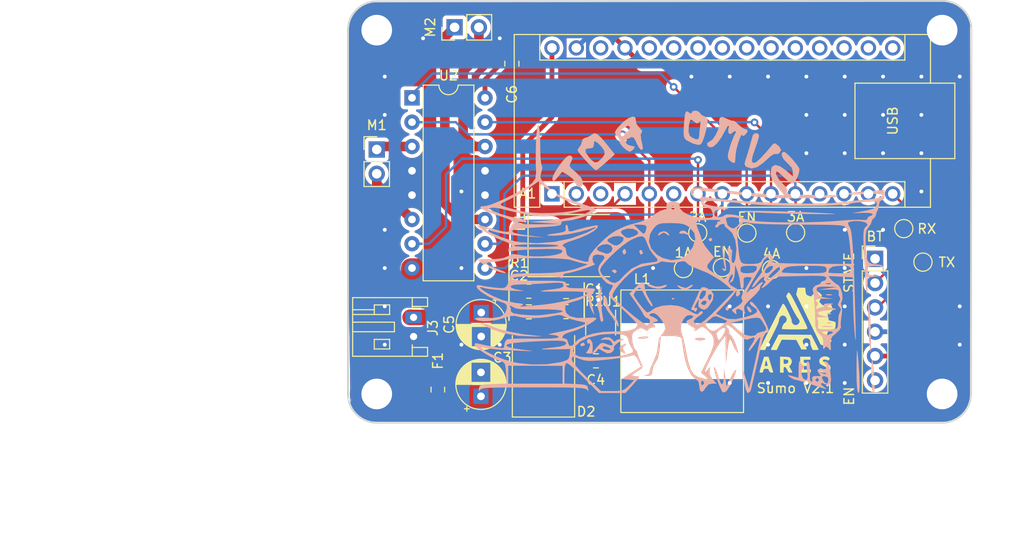
<source format=kicad_pcb>
(kicad_pcb (version 20221018) (generator pcbnew)
  (layers (0 "F.Cu" signal) (31 "B.Cu" signal) (34 "B.Paste" user) (35 "F.Paste" user) (36 "B.SilkS" user "B.Silkscreen") (37 "F.SilkS" user "F.Silkscreen") (38 "B.Mask" user) (39 "F.Mask" user) (44 "Edge.Cuts" user))
  (net 0 "")
  (net 4 "GND")
  (net 5 "1A")
  (net 6 "EN12")
  (net 7 "2A")
  (net 8 "EN34")
  (net 9 "3A")
  (net 10 "4A")
  (net 13 "RX")
  (net 14 "TX")
  (net 18 "+BATT")
  (net 26 "+5V")
  (net 28 "+12V")
  (net 33 "Net-(U1-FB)")
  (net 34 "Net-(D2-K)")
  (net 35 "Net-(D1-A)")
  (net 36 "Net-(M1-Pin_1)")
  (net 37 "Net-(M1-Pin_2)")
  (net 38 "Net-(M2-Pin_1)")
  (net 39 "Net-(M2-Pin_2)")
  (footprint "TestPoint:TestPoint_Pad_D1.5mm" (layer "F.Cu") (at 136.5 74.168)
    (fp_text reference "2A" (at 0 -1.648) (layer "F.SilkS"))
    (fp_text value "TestPoint")
    (pad "1" smd circle (at 0 0) (size 1.5 1.5) (layers "F.Cu" "F.Mask") (net 7 "2A"))
  )
  (footprint "footprint:WE-PDA" (layer "F.Cu") (at 134.874 86.54 180)
    (fp_text reference "L1" (at 4.174 7.54 unlocked) (layer "F.SilkS"))
    (fp_text value "10u")
    (pad "1" smd roundrect (at 0 -4.9 180) (size 5.4 3) (layers "F.Cu" "F.Paste" "F.Mask") (net 34 "Net-(D2-K)"))
    (pad "2" smd roundrect (at 0 4.9 180) (size 5.4 3) (layers "F.Cu" "F.Paste" "F.Mask") (net 35 "Net-(D1-A)"))
  )
  (footprint "TestPoint:TestPoint_Pad_D1.5mm" (layer "F.Cu") (at 146.7104 74.1426)
    (fp_text reference "3A" (at 0 -1.648) (layer "F.SilkS"))
    (fp_text value "TestPoint")
    (pad "1" smd circle (at 0 0) (size 1.5 1.5) (layers "F.Cu" "F.Mask") (net 9 "3A"))
  )
  (footprint "Package_DIP:DIP-16_W7.62mm" (layer "F.Cu") (at 106.68 60.071)
    (fp_text reference "U2" (at 3.81 -2.33) (layer "F.SilkS"))
    (fp_text value "L293D")
    (pad "1" thru_hole rect (at 0 0) (size 1.6 1.6) (drill 0.8) (layers "*.Cu" "*.Mask") (net 6 "EN12"))
    (pad "2" thru_hole oval (at 0 2.54) (size 1.6 1.6) (drill 0.8) (layers "*.Cu" "*.Mask") (net 5 "1A"))
    (pad "3" thru_hole oval (at 0 5.08) (size 1.6 1.6) (drill 0.8) (layers "*.Cu" "*.Mask") (net 36 "Net-(M1-Pin_1)"))
    (pad "4" thru_hole oval (at 0 7.62) (size 1.6 1.6) (drill 0.8) (layers "*.Cu" "*.Mask") (net 4 "GND"))
    (pad "5" thru_hole oval (at 0 10.16) (size 1.6 1.6) (drill 0.8) (layers "*.Cu" "*.Mask") (net 4 "GND"))
    (pad "6" thru_hole oval (at 0 12.7) (size 1.6 1.6) (drill 0.8) (layers "*.Cu" "*.Mask") (net 37 "Net-(M1-Pin_2)"))
    (pad "7" thru_hole oval (at 0 15.24) (size 1.6 1.6) (drill 0.8) (layers "*.Cu" "*.Mask") (net 7 "2A"))
    (pad "8" thru_hole oval (at 0 17.78) (size 1.6 1.6) (drill 0.8) (layers "*.Cu" "*.Mask") (net 28 "+12V"))
    (pad "9" thru_hole oval (at 7.62 17.78) (size 1.6 1.6) (drill 0.8) (layers "*.Cu" "*.Mask") (net 8 "EN34"))
    (pad "10" thru_hole oval (at 7.62 15.24) (size 1.6 1.6) (drill 0.8) (layers "*.Cu" "*.Mask") (net 9 "3A"))
    (pad "11" thru_hole oval (at 7.62 12.7) (size 1.6 1.6) (drill 0.8) (layers "*.Cu" "*.Mask") (net 38 "Net-(M2-Pin_1)"))
    (pad "12" thru_hole oval (at 7.62 10.16) (size 1.6 1.6) (drill 0.8) (layers "*.Cu" "*.Mask") (net 4 "GND"))
    (pad "13" thru_hole oval (at 7.62 7.62) (size 1.6 1.6) (drill 0.8) (layers "*.Cu" "*.Mask") (net 4 "GND"))
    (pad "14" thru_hole oval (at 7.62 5.08) (size 1.6 1.6) (drill 0.8) (layers "*.Cu" "*.Mask") (net 39 "Net-(M2-Pin_2)"))
    (pad "15" thru_hole oval (at 7.62 2.54) (size 1.6 1.6) (drill 0.8) (layers "*.Cu" "*.Mask") (net 10 "4A"))
    (pad "16" thru_hole oval (at 7.62 0) (size 1.6 1.6) (drill 0.8) (layers "*.Cu" "*.Mask") (net 26 "+5V"))
  )
  (footprint "TestPoint:TestPoint_Pad_D1.5mm" (layer "F.Cu") (at 144.2 78)
    (fp_text reference "4A" (at 0 -1.648) (layer "F.SilkS"))
    (fp_text value "TestPoint")
    (pad "1" smd circle (at 0 0) (size 1.5 1.5) (layers "F.Cu" "F.Mask") (net 10 "4A"))
  )
  (footprint "Connector_PinHeader_2.54mm:PinHeader_1x02_P2.54mm_Vertical" (layer "F.Cu") (at 111.12 52.705 90)
    (fp_text reference "M2" (at 0 -2.535 90) (layer "F.SilkS"))
    (fp_text value "M2")
    (pad "1" thru_hole rect (at 0 0 90) (size 1.7 1.7) (drill 1) (layers "*.Cu" "*.Mask") (net 38 "Net-(M2-Pin_1)"))
    (pad "2" thru_hole oval (at 0 2.54 90) (size 1.7 1.7) (drill 1) (layers "*.Cu" "*.Mask") (net 39 "Net-(M2-Pin_2)"))
  )
  (footprint "Fuse:Fuse_0805_2012Metric_Pad1.15x1.40mm_HandSolder" (layer "F.Cu") (at 109.374 90.54 -90)
    (fp_text reference "F1" (at -3 0 90) (layer "F.SilkS"))
    (fp_text value "5A")
    (pad "1" smd roundrect (at -1.025 0 270) (size 1.15 1.4) (layers "F.Cu" "F.Paste" "F.Mask") (roundrect_rratio 0.2173913043) (net 18 "+BATT"))
    (pad "2" smd roundrect (at 1.025 0 270) (size 1.15 1.4) (layers "F.Cu" "F.Paste" "F.Mask") (roundrect_rratio 0.2173913043) (net 34 "Net-(D2-K)"))
  )
  (footprint "Connector_PinHeader_2.54mm:PinHeader_1x02_P2.54mm_Vertical" (layer "F.Cu") (at 103 65.46)
    (fp_text reference "M1" (at 0 -2.535) (layer "F.SilkS"))
    (fp_text value "M1")
    (pad "1" thru_hole rect (at 0 0) (size 1.7 1.7) (drill 1) (layers "*.Cu" "*.Mask") (net 36 "Net-(M1-Pin_1)"))
    (pad "2" thru_hole oval (at 0 2.54) (size 1.7 1.7) (drill 1) (layers "*.Cu" "*.Mask") (net 37 "Net-(M1-Pin_2)"))
  )
  (footprint "Capacitor_SMD:C_0805_2012Metric_Pad1.18x1.45mm_HandSolder" (layer "F.Cu") (at 117.1 56.5 -90)
    (fp_text reference "C6" (at 3.2 0 90) (layer "F.SilkS"))
    (fp_text value "1u")
    (pad "1" smd roundrect (at -1.0375 0 270) (size 1.175 1.45) (layers "F.Cu" "F.Paste" "F.Mask") (roundrect_rratio 0.2127659574) (net 26 "+5V"))
    (pad "2" smd roundrect (at 1.0375 0 270) (size 1.175 1.45) (layers "F.Cu" "F.Paste" "F.Mask") (roundrect_rratio 0.2127659574) (net 4 "GND"))
  )
  (footprint "Capacitor_THT:CP_Radial_D5.0mm_P2.50mm" (layer "F.Cu") (at 113.9 82.494888 -90)
    (fp_text reference "C5" (at 1.255112 3.35 -90) (layer "F.SilkS"))
    (fp_text value "100u")
    (pad "1" thru_hole rect (at 0 0 270) (size 1.6 1.6) (drill 0.8) (layers "*.Cu" "*.Mask") (net 28 "+12V"))
    (pad "2" thru_hole circle (at 2.5 0 270) (size 1.6 1.6) (drill 0.8) (layers "*.Cu" "*.Mask") (net 4 "GND"))
  )
  (footprint "Diode_SMD:D_SMC" (layer "F.Cu") (at 123.698 75.5)
    (fp_text reference "D1" (at -5.748 -2.45 90) (layer "F.SilkS"))
    (fp_text value "D_Schottky")
    (pad "1" smd roundrect (at -3.4 0 90) (size 3.3 2.5) (layers "F.Cu" "F.Paste" "F.Mask") (roundrect_rratio 0.1) (net 28 "+12V"))
    (pad "2" smd roundrect (at 3.4 0 90) (size 3.3 2.5) (layers "F.Cu" "F.Paste" "F.Mask") (roundrect_rratio 0.1) (net 35 "Net-(D1-A)"))
  )
  (footprint "Package_TO_SOT_SMD:SOT-23-6" (layer "F.Cu") (at 126.365 84.04 -90)
    (fp_text reference "U1" (at -2.69 -1.135 -180) (layer "F.SilkS"))
    (fp_text value "MT3608")
    (pad "1" smd roundrect (at -1.1375 -0.95 270) (size 1.325 0.6) (layers "F.Cu" "F.Paste" "F.Mask") (net 35 "Net-(D1-A)"))
    (pad "2" smd roundrect (at -1.1375 0 270) (size 1.325 0.6) (layers "F.Cu" "F.Paste" "F.Mask") (net 4 "GND"))
    (pad "3" smd roundrect (at -1.1375 0.95 270) (size 1.325 0.6) (layers "F.Cu" "F.Paste" "F.Mask") (net 33 "Net-(U1-FB)"))
    (pad "4" smd roundrect (at 1.1375 0.95 270) (size 1.325 0.6) (layers "F.Cu" "F.Paste" "F.Mask") (net 34 "Net-(D2-K)"))
    (pad "5" smd roundrect (at 1.1375 0 270) (size 1.325 0.6) (layers "F.Cu" "F.Paste" "F.Mask") (net 34 "Net-(D2-K)"))
    (pad "6" smd roundrect (at 1.1375 -0.95 270) (size 1.325 0.6) (layers "F.Cu" "F.Paste" "F.Mask"))
  )
  (footprint "Capacitor_SMD:C_0805_2012Metric_Pad1.18x1.45mm_HandSolder" (layer "F.Cu") (at 125.874 87.54 180)
    (fp_text reference "C4" (at 0.017 -1.995) (layer "F.SilkS"))
    (fp_text value "22u")
    (pad "1" smd roundrect (at -1.0375 0 180) (size 1.175 1.45) (layers "F.Cu" "F.Paste" "F.Mask") (roundrect_rratio 0.2127659574) (net 34 "Net-(D2-K)"))
    (pad "2" smd roundrect (at 1.0375 0 180) (size 1.175 1.45) (layers "F.Cu" "F.Paste" "F.Mask") (roundrect_rratio 0.2127659574) (net 4 "GND"))
  )
  (footprint "MountingHole:MountingHole_3.2mm_M3_DIN965_Pad" (layer "F.Cu") (at 103 91)
    (fp_text reference "J1" hide)
    (fp_text value "Screw_Terminal_01x01")
    (pad "1" thru_hole circle (at 0 0) (size 5.6 5.6) (drill 3.2) (layers "*.Cu" "*.Mask") (net 4 "GND"))
  )
  (footprint "Resistor_SMD:R_0805_2012Metric_Pad1.20x1.40mm_HandSolder" (layer "F.Cu") (at 122.75 82.4 180)
    (fp_text reference "R2" (at -2.95 1.1) (layer "F.SilkS"))
    (fp_text value "5,6k")
    (pad "1" smd roundrect (at -1 0 180) (size 1.2 1.4) (layers "F.Cu" "F.Paste" "F.Mask") (roundrect_rratio 0.2083333333) (net 33 "Net-(U1-FB)"))
    (pad "2" smd roundrect (at 1 0 180) (size 1.2 1.4) (layers "F.Cu" "F.Paste" "F.Mask") (roundrect_rratio 0.2083333333) (net 4 "GND"))
  )
  (footprint "TestPoint:TestPoint_Pad_D1.5mm" (layer "F.Cu") (at 139.065 77.8)
    (fp_text reference "EN" (at 0 -1.648) (layer "F.SilkS"))
    (fp_text value "TestPoint")
    (pad "1" smd circle (at 0 0) (size 1.5 1.5) (layers "F.Cu" "F.Mask") (net 8 "EN34"))
  )
  (footprint "MountingHole:MountingHole_3.2mm_M3_DIN965_Pad" (layer "F.Cu") (at 162 91)
    (fp_text reference "J4" hide)
    (fp_text value "Screw_Terminal_01x01")
    (pad "1" thru_hole circle (at 0 0) (size 5.6 5.6) (drill 3.2) (layers "*.Cu" "*.Mask") (net 4 "GND"))
  )
  (footprint "Module:Arduino_Nano" (layer "F.Cu") (at 121.285 70.094 90)
    (fp_text reference "A1" (at 0.03 -2.53) (layer "F.SilkS"))
    (fp_text value "Arduino_Nano_v2.x")
    (fp_text user "USB" (at 7.62 35.56 90 unlocked) (layer "F.SilkS"))
    (pad "1" thru_hole rect (at 0 0 90) (size 1.6 1.6) (drill 1) (layers "*.Cu" "*.Mask"))
    (pad "2" thru_hole oval (at 0 2.54 90) (size 1.6 1.6) (drill 1) (layers "*.Cu" "*.Mask"))
    (pad "3" thru_hole oval (at 0 5.08 90) (size 1.6 1.6) (drill 1) (layers "*.Cu" "*.Mask"))
    (pad "4" thru_hole oval (at 0 7.62 90) (size 1.6 1.6) (drill 1) (layers "*.Cu" "*.Mask") (net 4 "GND"))
    (pad "5" thru_hole oval (at 0 10.16 90) (size 1.6 1.6) (drill 1) (layers "*.Cu" "*.Mask") (net 5 "1A"))
    (pad "6" thru_hole oval (at 0 12.7 90) (size 1.6 1.6) (drill 1) (layers "*.Cu" "*.Mask"))
    (pad "7" thru_hole oval (at 0 15.24 90) (size 1.6 1.6) (drill 1) (layers "*.Cu" "*.Mask") (net 7 "2A"))
    (pad "8" thru_hole oval (at 0 17.78 90) (size 1.6 1.6) (drill 1) (layers "*.Cu" "*.Mask") (net 8 "EN34"))
    (pad "9" thru_hole oval (at 0 20.32 90) (size 1.6 1.6) (drill 1) (layers "*.Cu" "*.Mask") (net 6 "EN12"))
    (pad "10" thru_hole oval (at 0 22.86 90) (size 1.6 1.6) (drill 1) (layers "*.Cu" "*.Mask") (net 10 "4A"))
    (pad "11" thru_hole oval (at 0 25.4 90) (size 1.6 1.6) (drill 1) (layers "*.Cu" "*.Mask") (net 9 "3A"))
    (pad "12" thru_hole oval (at 0 27.94 90) (size 1.6 1.6) (drill 1) (layers "*.Cu" "*.Mask"))
    (pad "13" thru_hole oval (at 0 30.48 90) (size 1.6 1.6) (drill 1) (layers "*.Cu" "*.Mask"))
    (pad "14" thru_hole oval (at 0 33.02 90) (size 1.6 1.6) (drill 1) (layers "*.Cu" "*.Mask") (net 13 "RX"))
    (pad "15" thru_hole oval (at 0 35.56 90) (size 1.6 1.6) (drill 1) (layers "*.Cu" "*.Mask") (net 14 "TX"))
    (pad "16" thru_hole oval (at 15.24 35.56 90) (size 1.6 1.6) (drill 1) (layers "*.Cu" "*.Mask"))
    (pad "17" thru_hole oval (at 15.24 33.02 90) (size 1.6 1.6) (drill 1) (layers "*.Cu" "*.Mask"))
    (pad "18" thru_hole oval (at 15.24 30.48 90) (size 1.6 1.6) (drill 1) (layers "*.Cu" "*.Mask"))
    (pad "19" thru_hole oval (at 15.24 27.94 90) (size 1.6 1.6) (drill 1) (layers "*.Cu" "*.Mask"))
    (pad "20" thru_hole oval (at 15.24 25.4 90) (size 1.6 1.6) (drill 1) (layers "*.Cu" "*.Mask"))
    (pad "21" thru_hole oval (at 15.24 22.86 90) (size 1.6 1.6) (drill 1) (layers "*.Cu" "*.Mask"))
    (pad "22" thru_hole oval (at 15.24 20.32 90) (size 1.6 1.6) (drill 1) (layers "*.Cu" "*.Mask"))
    (pad "23" thru_hole oval (at 15.24 17.78 90) (size 1.6 1.6) (drill 1) (layers "*.Cu" "*.Mask"))
    (pad "24" thru_hole oval (at 15.24 15.24 90) (size 1.6 1.6) (drill 1) (layers "*.Cu" "*.Mask"))
    (pad "25" thru_hole oval (at 15.24 12.7 90) (size 1.6 1.6) (drill 1) (layers "*.Cu" "*.Mask"))
    (pad "26" thru_hole oval (at 15.24 10.16 90) (size 1.6 1.6) (drill 1) (layers "*.Cu" "*.Mask"))
    (pad "27" thru_hole oval (at 15.24 7.62 90) (size 1.6 1.6) (drill 1) (layers "*.Cu" "*.Mask") (net 26 "+5V"))
    (pad "28" thru_hole oval (at 15.24 5.08 90) (size 1.6 1.6) (drill 1) (layers "*.Cu" "*.Mask"))
    (pad "29" thru_hole oval (at 15.24 2.54 90) (size 1.6 1.6) (drill 1) (layers "*.Cu" "*.Mask") (net 4 "GND"))
    (pad "30" thru_hole oval (at 15.24 0 90) (size 1.6 1.6) (drill 1) (layers "*.Cu" "*.Mask") (net 28 "+12V"))
  )
  (footprint "Resistor_SMD:R_0805_2012Metric_Pad1.20x1.40mm_HandSolder" (layer "F.Cu") (at 118.872 80.264)
    (fp_text reference "R1" (at -0.972 -2.964) (layer "F.SilkS"))
    (fp_text value "100k")
    (pad "1" smd roundrect (at -1 0) (size 1.2 1.4) (layers "F.Cu" "F.Paste" "F.Mask") (roundrect_rratio 0.2083333333) (net 28 "+12V"))
    (pad "2" smd roundrect (at 1 0) (size 1.2 1.4) (layers "F.Cu" "F.Paste" "F.Mask") (roundrect_rratio 0.2083333333) (net 33 "Net-(U1-FB)"))
  )
  (footprint "TestPoint:TestPoint_Pad_D1.5mm" (layer "F.Cu") (at 160 77.23)
    (fp_text reference "TX" (at 2.5 0.02) (layer "F.SilkS"))
    (fp_text value "TestPoint")
    (pad "1" smd circle (at 0 0) (size 1.5 1.5) (layers "F.Cu" "F.Mask") (net 14 "TX"))
  )
  (footprint "Capacitor_SMD:C_0805_2012Metric_Pad1.18x1.45mm_HandSolder" (layer "F.Cu") (at 122.7625 80.3 180)
    (fp_text reference "C1" (at -2.9375 0.25) (layer "F.SilkS"))
    (fp_text value "47p")
    (pad "1" smd roundrect (at -1.0375 0 180) (size 1.175 1.45) (layers "F.Cu" "F.Paste" "F.Mask") (roundrect_rratio 0.2127659574) (net 28 "+12V"))
    (pad "2" smd roundrect (at 1.0375 0 180) (size 1.175 1.45) (layers "F.Cu" "F.Paste" "F.Mask") (roundrect_rratio 0.2127659574) (net 33 "Net-(U1-FB)"))
  )
  (footprint "MountingHole:MountingHole_3.2mm_M3_DIN965_Pad" (layer "F.Cu") (at 103 53)
    (fp_text reference "J2" hide)
    (fp_text value "Screw_Terminal_01x01")
    (pad "1" thru_hole circle (at 0 0) (size 5.6 5.6) (drill 3.2) (layers "*.Cu" "*.Mask") (net 4 "GND"))
  )
  (footprint "MountingHole:MountingHole_3.2mm_M3_DIN965_Pad" (layer "F.Cu") (at 162 53)
    (fp_text reference "J5" hide)
    (fp_text value "Screw_Terminal_01x01")
    (pad "1" thru_hole circle (at 0 0) (size 5.6 5.6) (drill 3.2) (layers "*.Cu" "*.Mask") (net 4 "GND"))
  )
  (footprint "Capacitor_THT:CP_Radial_D5.0mm_P2.50mm" (layer "F.Cu") (at 113.874 91.245113 90)
    (fp_text reference "C3" (at 4.045113 2.226 180) (layer "F.SilkS"))
    (fp_text value "100u")
    (pad "1" thru_hole rect (at 0 0 90) (size 1.6 1.6) (drill 0.8) (layers "*.Cu" "*.Mask") (net 34 "Net-(D2-K)"))
    (pad "2" thru_hole circle (at 2.5 0 90) (size 1.6 1.6) (drill 0.8) (layers "*.Cu" "*.Mask") (net 4 "GND"))
  )
  (footprint "Connector_PinHeader_2.54mm:PinHeader_1x06_P2.54mm_Vertical" (layer "F.Cu") (at 155 76.88)
    (fp_text reference "BT" (at 0 -2.33) (layer "F.SilkS"))
    (fp_text value "BT")
    (pad "1" thru_hole rect (at 0 0) (size 1.7 1.7) (drill 1) (layers "*.Cu" "*.Mask"))
    (pad "2" thru_hole oval (at 0 2.54) (size 1.7 1.7) (drill 1) (layers "*.Cu" "*.Mask") (net 13 "RX"))
    (pad "3" thru_hole oval (at 0 5.08) (size 1.7 1.7) (drill 1) (layers "*.Cu" "*.Mask") (net 14 "TX"))
    (pad "4" thru_hole oval (at 0 7.62) (size 1.7 1.7) (drill 1) (layers "*.Cu" "*.Mask") (net 4 "GND"))
    (pad "5" thru_hole oval (at 0 10.16) (size 1.7 1.7) (drill 1) (layers "*.Cu" "*.Mask") (net 26 "+5V"))
    (pad "6" thru_hole oval (at 0 12.7) (size 1.7 1.7) (drill 1) (layers "*.Cu" "*.Mask"))
  )
  (footprint "Connector_JST:JST_PH_S2B-PH-K_1x02_P2.00mm_Horizontal" (layer "F.Cu") (at 106.844 83 -90)
    (fp_text reference "J3" (at 1.1 -2.006 90) (layer "F.SilkS"))
    (fp_text value "Bat")
    (pad "1" thru_hole roundrect (at 0 0 270) (size 1.2 1.75) (drill 0.75) (layers "*.Cu" "*.Mask") (roundrect_rratio 0.2083333333) (net 18 "+BATT"))
    (pad "2" thru_hole oval (at 2 0 270) (size 1.2 1.75) (drill 0.75) (layers "*.Cu" "*.Mask") (net 4 "GND"))
  )
  (footprint "Capacitor_SMD:C_0805_2012Metric_Pad1.18x1.45mm_HandSolder" (layer "F.Cu") (at 118.872 82.423)
    (fp_text reference "C2" (at -1.022 -3.773) (layer "F.SilkS"))
    (fp_text value "22u")
    (pad "1" smd roundrect (at -1.0375 0) (size 1.175 1.45) (layers "F.Cu" "F.Paste" "F.Mask") (roundrect_rratio 0.2127659574) (net 28 "+12V"))
    (pad "2" smd roundrect (at 1.0375 0) (size 1.175 1.45) (layers "F.Cu" "F.Paste" "F.Mask") (roundrect_rratio 0.2127659574) (net 4 "GND"))
  )
  (footprint "TestPoint:TestPoint_Pad_D1.5mm" (layer "F.Cu") (at 158 73.73)
    (fp_text reference "RX" (at 2.4 0.02) (layer "F.SilkS"))
    (fp_text value "TestPoint")
    (pad "1" smd circle (at 0 0) (size 1.5 1.5) (layers "F.Cu" "F.Mask") (net 13 "RX"))
  )
  (footprint "footprint:ares_logo" (layer "F.Cu") (at 146.7 84.9)
    (fp_text reference "Sumo V2.1" (at 0 5.5) (layer "F.SilkS"))
    (fp_text value "LOGO" hide)
  )
  (footprint "TestPoint:TestPoint_Pad_D1.5mm" (layer "F.Cu") (at 141.6304 74.1934)
    (fp_text reference "EN" (at 0 -1.648) (layer "F.SilkS"))
    (fp_text value "TestPoint")
    (pad "1" smd circle (at 0 0) (size 1.5 1.5) (layers "F.Cu" "F.Mask") (net 6 "EN12"))
  )
  (footprint "Diode_SMD:D_SMC" (layer "F.Cu") (at 120.4 88.5 90)
    (fp_text reference "D2" (at -4.35 4.45 180) (layer "F.SilkS"))
    (fp_text value "D_Schottky")
    (pad "1" smd roundrect (at -3.4 0 180) (size 3.3 2.5) (layers "F.Cu" "F.Paste" "F.Mask") (roundrect_rratio 0.1) (net 34 "Net-(D2-K)"))
    (pad "2" smd roundrect (at 3.4 0 180) (size 3.3 2.5) (layers "F.Cu" "F.Paste" "F.Mask") (roundrect_rratio 0.1) (net 4 "GND"))
  )
  (footprint "TestPoint:TestPoint_Pad_D1.5mm" (layer "F.Cu") (at 135 77.9)
    (fp_text reference "1A" (at 0 -1.648) (layer "F.SilkS"))
    (fp_text value "TestPoint")
    (pad "1" smd circle (at 0 0) (size 1.5 1.5) (layers "F.Cu" "F.Mask") (net 5 "1A"))
  )
  (footprint "footprint:sumo_logo" (layer "B.Cu") (at 134.111539 76.050453 180)
    (fp_text reference "G***" hide)
    (fp_text value "LOGO" hide)
  )
  (gr_line (start 124.65 83.2) (end 124.65 79.4) (stroke (width 0.15)) (layer "F.SilkS"))
  (gr_line (start 116.8 83.3) (end 116.8 78.65) (stroke (width 0.15)) (layer "F.SilkS"))
  (gr_line (start 116.8 78.65) (end 116.8 77.05) (stroke (width 0.15)) (layer "F.SilkS"))
  (gr_line (start 103 94) (end 162.05084 93.999569) (stroke (width 0.2)) (layer "Edge.Cuts"))
  (gr_arc (start 100 53) (mid 100.87868 50.87868) (end 103 50) (stroke (width 0.2)) (layer "Edge.Cuts"))
  (gr_line (start 162.05 49.95) (end 103 50) (stroke (width 0.2)) (layer "Edge.Cuts"))
  (gr_arc (start 103 94) (mid 100.87868 93.12132) (end 100 91) (stroke (width 0.2)) (layer "Edge.Cuts"))
  (gr_line (start 100 53) (end 100 91) (stroke (width 0.2)) (layer "Edge.Cuts"))
  (gr_line (start 165 91) (end 165.05 52.95) (stroke (width 0.2)) (layer "Edge.Cuts"))
  (gr_arc (start 162.05 49.95) (mid 164.17132 50.82868) (end 165.05 52.95) (stroke (width 0.2)) (layer "Edge.Cuts"))
  (gr_arc (start 165 91) (mid 164.138998 93.103051) (end 162.05084 93.999569) (stroke (width 0.2)) (layer "Edge.Cuts"))
  (gr_text "EN			STATE" (at 152.3 84.2 90) (layer "F.SilkS") (effects (font (size 1 1))))
  (segment (start 125.349 71.501) (end 124.206 72.644) (width 0.25) (layer "F.Cu") (net 4))
  (segment (start 128.905 70.094) (end 127.498 71.501) (width 0.25) (layer "F.Cu") (net 4))
  (segment (start 122.4365 85.14) (end 120.374 85.14) (width 0.25) (layer "F.Cu") (net 4))
  (segment (start 124.8365 87.54) (end 122.4365 85.14) (width 0.25) (layer "F.Cu") (net 4))
  (segment (start 127.498 71.501) (end 125.349 71.501) (width 0.25) (layer "F.Cu") (net 4))
  (via (at 115.835715 53.85) (size 0.8) (drill 0.4) (layers "F.Cu" "B.Cu") (net 4))
  (via (at 135.835715 57.85) (size 0.8) (drill 0.4) (layers "F.Cu" "B.Cu") (net 4))
  (via (at 155.835715 57.85) (size 0.8) (drill 0.4) (layers "F.Cu" "B.Cu") (net 4))
  (via (at 155.835715 73.85) (size 0.8) (drill 0.4) (layers "F.Cu" "B.Cu") (net 4))
  (via (at 163.835715 57.85) (size 0.8) (drill 0.4) (layers "F.Cu" "B.Cu") (net 4))
  (via (at 159.835715 65.85) (size 0.8) (drill 0.4) (layers "F.Cu" "B.Cu") (net 4))
  (via (at 143.835715 89.85) (size 0.8) (drill 0.4) (layers "F.Cu" "B.Cu") (net 4))
  (via (at 147.835715 89.85) (size 0.8) (drill 0.4) (layers "F.Cu" "B.Cu") (net 4))
  (via (at 126.111 81.153) (size 0.8) (drill 0.4) (layers "F.Cu" "B.Cu") (net 4))
  (via (at 111.835715 77.85) (size 0.8) (drill 0.4) (layers "F.Cu" "B.Cu") (net 4))
  (via (at 163.835715 85.85) (size 0.8) (drill 0.4) (layers "F.Cu" "B.Cu") (net 4))
  (via (at 139.835715 89.85) (size 0.8) (drill 0.4) (layers "F.Cu" "B.Cu") (net 4))
  (via (at 143.835715 81.85) (size 0.8) (drill 0.4) (layers "F.Cu" "B.Cu") (net 4))
  (via (at 107.835715 53.85) (size 0.8) (drill 0.4) (layers "F.Cu" "B.Cu") (net 4))
  (via (at 115.835715 85.85) (size 0.8) (drill 0.4) (layers "F.Cu" "B.Cu") (net 4))
  (via (at 143.835715 57.85) (size 0.8) (drill 0.4) (layers "F.Cu" "B.Cu") (net 4))
  (via (at 151.835715 85.85) (size 0.8) (drill 0.4) (layers "F.Cu" "B.Cu") (net 4))
  (via (at 163.835715 81.85) (size 0.8) (drill 0.4) (layers "F.Cu" "B.Cu") (net 4))
  (via (at 159.835715 57.85) (size 0.8) (drill 0.4) (layers "F.Cu" "B.Cu") (net 4))
  (via (at 147.835715 65.85) (size 0.8) (drill 0.4) (layers "F.Cu" "B.Cu") (net 4))
  (via (at 103.835715 61.85) (size 0.8) (drill 0.4) (layers "F.Cu" "B.Cu") (net 4))
  (via (at 159.835715 61.85) (size 0.8) (drill 0.4) (layers "F.Cu" "B.Cu") (net 4))
  (via (at 151.835715 73.85) (size 0.8) (drill 0.4) (layers "F.Cu" "B.Cu") (net 4))
  (via (at 139.835715 81.85) (size 0.8) (drill 0.4) (layers "F.Cu" "B.Cu") (net 4))
  (via (at 147.835715 57.85) (size 0.8) (drill 0.4) (layers "F.Cu" "B.Cu") (net 4))
  (via (at 155.835715 61.85) (size 0.8) (drill 0.4) (layers "F.Cu" "B.Cu") (net 4))
  (via (at 103.835715 73.85) (size 0.8) (drill 0.4) (layers "F.Cu" "B.Cu") (net 4))
  (via (at 147.835715 61.85) (size 0.8) (drill 0.4) (layers "F.Cu" "B.Cu") (net 4))
  (via (at 131.835715 77.85) (size 0.8) (drill 0.4) (layers "F.Cu" "B.Cu") (net 4))
  (via (at 111.835715 85.85) (size 0.8) (drill 0.4) (layers "F.Cu" "B.Cu") (net 4))
  (via (at 139.835715 57.85) (size 0.8) (drill 0.4) (layers "F.Cu" "B.Cu") (net 4))
  (via (at 155.835715 65.85) (size 0.8) (drill 0.4) (layers "F.Cu" "B.Cu") (net 4))
  (via (at 103.835715 77.85) (size 0.8) (drill 0.4) (layers "F.Cu" "B.Cu") (net 4))
  (via (at 151.835715 81.85) (size 0.8) (drill 0.4) (layers "F.Cu" "B.Cu") (net 4))
  (via (at 126.111 79.883) (size 0.8) (drill 0.4) (layers "F.Cu" "B.Cu") (net 4))
  (via (at 147.835715 77.85) (size 0.8) (drill 0.4) (layers "F.Cu" "B.Cu") (net 4))
  (via (at 103.835715 85.85) (size 0.8) (drill 0.4) (layers "F.Cu" "B.Cu") (net 4))
  (via (at 147.835715 85.85) (size 0.8) (drill 0.4) (layers "F.Cu" "B.Cu") (net 4))
  (via (at 103.835715 81.85) (size 0.8) (drill 0.4) (layers "F.Cu" "B.Cu") (net 4))
  (via (at 103.835715 57.85) (size 0.8) (drill 0.4) (layers "F.Cu" "B.Cu") (net 4))
  (via (at 151.835715 57.85) (size 0.8) (drill 0.4) (layers "F.Cu" "B.Cu") (net 4))
  (via (at 151.835715 61.85) (size 0.8) (drill 0.4) (layers "F.Cu" "B.Cu") (net 4))
  (via (at 151.835715 77.85) (size 0.8) (drill 0.4) (layers "F.Cu" "B.Cu") (net 4))
  (via (at 151.835715 65.85) (size 0.8) (drill 0.4) (layers "F.Cu" "B.Cu") (net 4))
  (via (at 159.835715 69.85) (size 0.8) (drill 0.4) (layers "F.Cu" "B.Cu") (net 4))
  (via (at 143.835715 85.85) (size 0.8) (drill 0.4) (layers "F.Cu" "B.Cu") (net 4))
  (via (at 147.835715 81.85) (size 0.8) (drill 0.4) (layers "F.Cu" "B.Cu") (net 4))
  (via (at 151.835715 89.85) (size 0.8) (drill 0.4) (layers "F.Cu" "B.Cu") (net 4))
  (via (at 111.835715 69.85) (size 0.8) (drill 0.4) (layers "F.Cu" "B.Cu") (net 4))
  (segment (start 127.117 51.562) (end 160.562 51.562) (width 0.5) (layer "B.Cu") (net 4))
  (segment (start 155 84.5) (end 159.049 84.5) (width 0.5) (layer "B.Cu") (net 4))
  (segment (start 159.049 84.5) (end 162 87.451) (width 0.5) (layer "B.Cu") (net 4))
  (segment (start 123.825 54.854) (end 127.117 51.562) (width 0.5) (layer "B.Cu") (net 4))
  (segment (start 162 87.451) (end 162 91) (width 0.5) (layer "B.Cu") (net 4))
  (segment (start 131.445 70.094) (end 131.445 66.675) (width 0.25) (layer "F.Cu") (net 5))
  (segment (start 131.445 70.094) (end 131.445 74.345) (width 0.25) (layer "F.Cu") (net 5))
  (segment (start 131.445 74.345) (end 135 77.9) (width 0.25) (layer "F.Cu") (net 5))
  (segment (start 131.445 66.675) (end 128.651 63.881) (width 0.25) (layer "F.Cu") (net 5))
  (via (at 128.651 63.881) (size 0.8) (drill 0.4) (layers "F.Cu" "B.Cu") (net 5))
  (segment (start 112.542 63.881) (end 112.532 63.891) (width 0.25) (layer "B.Cu") (net 5))
  (segment (start 106.68 62.611) (end 111.252 62.611) (width 0.25) (layer "B.Cu") (net 5))
  (segment (start 128.651 63.881) (end 112.542 63.881) (width 0.25) (layer "B.Cu") (net 5))
  (segment (start 111.252 62.611) (end 112.532 63.891) (width 0.25) (layer "B.Cu") (net 5))
  (segment (start 141.605 66.548) (end 133.985 58.928) (width 0.25) (layer "F.Cu") (net 6))
  (segment (start 141.605 70.094) (end 141.605 66.548) (width 0.25) (layer "F.Cu") (net 6))
  (segment (start 141.6304 74.1934) (end 141.6304 70.1194) (width 0.25) (layer "F.Cu") (net 6))
  (via (at 133.985 58.928) (size 0.8) (drill 0.4) (layers "F.Cu" "B.Cu") (net 6))
  (segment (start 132.588 57.531) (end 133.985 58.928) (width 0.25) (layer "B.Cu") (net 6))
  (segment (start 106.68 59.69) (end 108.839 57.531) (width 0.25) (layer "B.Cu") (net 6))
  (segment (start 108.839 57.531) (end 132.588 57.531) (width 0.25) (layer "B.Cu") (net 6))
  (segment (start 136.525 70.094) (end 136.525 74.143) (width 0.25) (layer "F.Cu") (net 7))
  (segment (start 136.525 70.094) (end 136.525 66.548) (width 0.25) (layer "F.Cu") (net 7))
  (via (at 136.525 66.548) (size 0.8) (drill 0.4) (layers "F.Cu" "B.Cu") (net 7))
  (segment (start 110.236 73.533) (end 110.236 68.072) (width 0.25) (layer "B.Cu") (net 7))
  (segment (start 110.236 68.072) (end 111.887 66.421) (width 0.25) (layer "B.Cu") (net 7))
  (segment (start 136.398 66.421) (end 136.525 66.548) (width 0.25) (layer "B.Cu") (net 7))
  (segment (start 108.458 75.311) (end 110.236 73.533) (width 0.25) (layer "B.Cu") (net 7))
  (segment (start 111.887 66.421) (end 136.398 66.421) (width 0.25) (layer "B.Cu") (net 7))
  (segment (start 106.68 75.311) (end 108.458 75.311) (width 0.25) (layer "B.Cu") (net 7))
  (segment (start 139.065 77.8) (end 139.065 70.094) (width 0.25) (layer "F.Cu") (net 8))
  (segment (start 138.049 72.263) (end 139.065 71.247) (width 0.25) (layer "B.Cu") (net 8))
  (segment (start 139.065 71.247) (end 139.065 70.094) (width 0.25) (layer "B.Cu") (net 8))
  (segment (start 117.126 73.628) (end 118.491 72.263) (width 0.25) (layer "B.Cu") (net 8))
  (segment (start 114.3 77.851) (end 116.396 77.851) (width 0.25) (layer "B.Cu") (net 8))
  (segment (start 116.396 77.851) (end 117.126 77.121) (width 0.25) (layer "B.Cu") (net 8))
  (segment (start 117.126 77.121) (end 117.126 73.628) (width 0.25) (layer "B.Cu") (net 8))
  (segment (start 118.491 72.263) (end 138.049 72.263) (width 0.25) (layer "B.Cu") (net 8))
  (segment (start 146.7104 74.1426) (end 146.7104 70.1194) (width 0.25) (layer "F.Cu") (net 9))
  (segment (start 116.332 74.676) (end 116.332 70.104) (width 0.25) (layer "B.Cu") (net 9))
  (segment (start 114.3 75.311) (end 115.697 75.311) (width 0.25) (layer "B.Cu") (net 9))
  (segment (start 115.697 75.311) (end 116.332 74.676) (width 0.25) (layer "B.Cu") (net 9))
  (segment (start 118.237 68.199) (end 145.923 68.199) (width 0.25) (layer "B.Cu") (net 9))
  (segment (start 116.332 70.104) (end 118.237 68.199) (width 0.25) (layer "B.Cu") (net 9))
  (segment (start 145.923 68.199) (end 146.685 68.961) (width 0.25) (layer "B.Cu") (net 9))
  (segment (start 146.685 68.961) (end 146.685 70.094) (width 0.25) (layer "B.Cu") (net 9))
  (segment (start 144.145 70.094) (end 144.145 77.945) (width 0.25) (layer "F.Cu") (net 10))
  (segment (start 144.145 70.094) (end 144.145 64.3636) (width 0.25) (layer "F.Cu") (net 10))
  (segment (start 144.145 64.3636) (end 142.4178 62.6364) (width 0.25) (layer "F.Cu") (net 10))
  (via (at 142.4178 62.6364) (size 0.8) (drill 0.4) (layers "F.Cu" "B.Cu") (net 10))
  (segment (start 114.3 62.611) (end 142.3924 62.611) (width 0.25) (layer "B.Cu") (net 10))
  (segment (start 142.3924 62.611) (end 142.4178 62.6364) (width 0.25) (layer "B.Cu") (net 10))
  (segment (start 158 76.42) (end 155 79.42) (width 0.25) (layer "F.Cu") (net 13))
  (segment (start 154.305 70.094) (end 157.941 73.73) (width 0.25) (layer "F.Cu") (net 13))
  (segment (start 158 73.73) (end 158 76.42) (width 0.25) (layer "F.Cu") (net 13))
  (segment (start 156.845 70.094) (end 160 73.249) (width 0.25) (layer "F.Cu") (net 14))
  (segment (start 160 73.249) (end 160 77.23) (width 0.25) (layer "F.Cu") (net 14))
  (segment (start 160 77.23) (end 155.27 81.96) (width 0.25) (layer "F.Cu") (net 14))
  (segment (start 114.3 58.166) (end 119.507 52.959) (width 0.5) (layer "F.Cu") (net 26))
  (segment (start 163.5 80.4) (end 156.86 87.04) (width 0.5) (layer "F.Cu") (net 26))
  (segment (start 127.01 52.959) (end 128.905 54.854) (width 0.5) (layer "F.Cu") (net 26))
  (segment (start 163.5 59.614) (end 163.5 80.4) (width 0.5) (layer "F.Cu") (net 26))
  (segment (start 119.507 52.959) (end 127.01 52.959) (width 0.5) (layer "F.Cu") (net 26))
  (segment (start 130.693 56.642) (end 160.528 56.642) (width 0.5) (layer "F.Cu") (net 26))
  (segment (start 128.905 54.854) (end 130.693 56.642) (width 0.5) (layer "F.Cu") (net 26))
  (segment (start 160.528 56.642) (end 163.5 59.614) (width 0.5) (layer "F.Cu") (net 26))
  (segment (start 114.3 60.071) (end 114.3 58.166) (width 0.5) (layer "F.Cu") (net 26))
  (segment (start 156.86 87.04) (end 155 87.04) (width 0.5) (layer "F.Cu") (net 26))
  (segment (start 118.237 73.885) (end 120.298 75.946) (width 0.5) (layer "F.Cu") (net 28))
  (segment (start 118.237 65.137) (end 118.237 73.885) (width 0.5) (layer "F.Cu") (net 28))
  (segment (start 123.8375 80.25) (end 123.8375 79.4855) (width 0.25) (layer "F.Cu") (net 28))
  (segment (start 121.285 54.854) (end 121.285 62.089) (width 0.5) (layer "F.Cu") (net 28))
  (segment (start 121.285 62.089) (end 118.237 65.137) (width 0.5) (layer "F.Cu") (net 28))
  (segment (start 123.8375 79.4855) (end 120.298 75.946) (width 0.25) (layer "F.Cu") (net 28))
  (segment (start 119.872 80.264) (end 121.65 80.264) (width 0.25) (layer "F.Cu") (net 33))
  (segment (start 121.65 80.264) (end 123.809 82.423) (width 0.25) (layer "F.Cu") (net 33))
  (segment (start 124.9355 82.423) (end 125.415 82.9025) (width 0.25) (layer "F.Cu") (net 33))
  (segment (start 123.809 82.423) (end 124.9355 82.423) (width 0.25) (layer "F.Cu") (net 33))
  (segment (start 134.874 91.44) (end 128.349 91.44) (width 0.25) (layer "F.Cu") (net 34))
  (segment (start 125.424 85.1775) (end 126.374 85.1775) (width 0.25) (layer "F.Cu") (net 34))
  (segment (start 113.874 91.245113) (end 119.679113 91.245113) (width 0.25) (layer "F.Cu") (net 34))
  (segment (start 124.974 91.94) (end 126.9115 90.0025) (width 0.25) (layer "F.Cu") (net 34))
  (segment (start 128.349 91.44) (end 126.9115 90.0025) (width 0.25) (layer "F.Cu") (net 34))
  (segment (start 126.374 87.0025) (end 126.9115 87.54) (width 0.25) (layer "F.Cu") (net 34))
  (segment (start 120.374 91.94) (end 124.974 91.94) (width 0.25) (layer "F.Cu") (net 34))
  (segment (start 109.693887 91.245113) (end 113.874 91.245113) (width 0.25) (layer "F.Cu") (net 34))
  (segment (start 126.374 85.1775) (end 126.374 87.0025) (width 0.25) (layer "F.Cu") (net 34))
  (segment (start 126.9115 90.0025) (end 126.9115 87.54) (width 0.25) (layer "F.Cu") (net 34))
  (segment (start 134.874 81.64) (end 128.5865 81.64) (width 0.25) (layer "F.Cu") (net 35))
  (segment (start 128.5865 81.64) (end 127.324 82.9025) (width 0.25) (layer "F.Cu") (net 35))
  (segment (start 106.68 65.151) (end 103.309 65.151) (width 1) (layer "F.Cu") (net 36))
  (segment (start 103 69.091) (end 103 68) (width 1) (layer "F.Cu") (net 37))
  (segment (start 106.68 72.771) (end 103 69.091) (width 1) (layer "F.Cu") (net 37))
  (segment (start 110.109 71.12) (end 110.109 53.716) (width 1) (layer "F.Cu") (net 38))
  (segment (start 110.109 53.716) (end 111.12 52.705) (width 1) (layer "F.Cu") (net 38))
  (segment (start 111.76 72.771) (end 110.109 71.12) (width 1) (layer "F.Cu") (net 38))
  (segment (start 114.3 72.771) (end 111.76 72.771) (width 1) (layer "F.Cu") (net 38))
  (segment (start 113.66 52.705) (end 113.66 55.631) (width 1) (layer "F.Cu") (net 39))
  (segment (start 112.014 57.277) (end 112.014 64.008) (width 1) (layer "F.Cu") (net 39))
  (segment (start 113.157 65.151) (end 114.3 65.151) (width 1) (layer "F.Cu") (net 39))
  (segment (start 112.014 64.008) (end 113.157 65.151) (width 1) (layer "F.Cu") (net 39))
  (segment (start 113.66 55.631) (end 112.014 57.277) (width 1) (layer "F.Cu") (net 39))
  (zone (net 35) (net_name "Net-(D1-A)") (layer "F.Cu") (priority 2) (connect_pads yes (clearance 0.4)) (min_thickness 0.254) (fill yes (thermal_gap 0.508) (thermal_bridge_width 0.508) (smoothing fillet) (radius 1))
    (polygon (pts (xy 129.032 79.629) (xy 137.922 79.629) (xy 137.922 83.439) (xy 127 83.439) (xy 127 78.867) (xy 125.222 78.867) (xy 125.222 72.009) (xy 129.032 72.009)))
  )
  (zone (net 0) (net_name "") (layer "F.Cu") (connect_pads yes (clearance 0)) (min_thickness 0.254)
    (keepout (tracks allowed) (vias allowed) (pads allowed) (copperpour not_allowed) (footprints allowed))
    (fill (thermal_gap 0.508) (thermal_bridge_width 0.508))
    (polygon (pts (xy 127.889 84.328) (xy 124.968 84.328) (xy 124.968 83.693) (xy 127.889 83.693)))
  )
  (zone (net 18) (net_name "+BATT") (layer "F.Cu") (priority 1) (connect_pads yes (clearance 0.4)) (min_thickness 0.254) (fill yes (thermal_gap 0.508) (thermal_bridge_width 0.508) (smoothing fillet) (radius 1))
    (polygon (pts (xy 110.363 90.424) (xy 108.331 90.424) (xy 108.331 83.82) (xy 105.664 83.82) (xy 105.664 82.169) (xy 110.363 82.169)))
  )
  (zone (net 28) (net_name "+12V") (layer "F.Cu") (priority 2) (connect_pads yes (clearance 0.4)) (min_thickness 0.254) (fill yes (thermal_gap 0.508) (thermal_bridge_width 0.508) (smoothing fillet) (radius 1))
    (polygon (pts (xy 122.174 78.232) (xy 118.872 78.232) (xy 118.872 83.566) (xy 110.744 83.566) (xy 110.744 81.788) (xy 108.077 81.788) (xy 108.077 79.375) (xy 105.537 79.375) (xy 105.537 76.835) (xy 109.982 76.835) (xy 109.982 79.502) (xy 112.395 79.502) (xy 117.221 79.502) (xy 117.221 72.806) (xy 122.174 72.806)))
  )
  (zone (net 34) (net_name "Net-(D2-K)") (layer "F.Cu") (priority 1) (connect_pads yes (clearance 0.4)) (min_thickness 0.254) (fill yes (thermal_gap 0.508) (thermal_bridge_width 0.508) (smoothing fillet) (radius 1))
    (polygon (pts (xy 126.851 86.4) (xy 128.121 86.4) (xy 128.121 89.575) (xy 138.281 89.575) (xy 138.281 93.385) (xy 108.309 93.385) (xy 108.309 90.845) (xy 110.976 90.845) (xy 110.976 90.083) (xy 116.945 90.083) (xy 116.945 89.448) (xy 125.835 89.448) (xy 125.835 86.146) (xy 124.946 86.146) (xy 124.946 84.368) (xy 126.851 84.368)))
  )
  (zone (net 0) (net_name "") (layers "F&B.Cu") (connect_pads (clearance 0)) (min_thickness 0.254)
    (keepout (tracks allowed) (vias allowed) (pads allowed) (copperpour not_allowed) (footprints allowed))
    (fill (thermal_gap 0.508) (thermal_bridge_width 0.508))
    (polygon (pts (xy 124.841 55.88) (xy 122.809 55.88) (xy 122.809 53.848) (xy 124.841 53.848)))
  )
  (zone (net 0) (net_name "") (layers "F&B.Cu") (connect_pads (clearance 0)) (min_thickness 0.254)
    (keepout (tracks allowed) (vias allowed) (pads allowed) (copperpour not_allowed) (footprints allowed))
    (fill (thermal_gap 0.508) (thermal_bridge_width 0.508))
    (polygon (pts (xy 141.224 69.342) (xy 141.224 70.612) (xy 139.446 70.612) (xy 139.446 69.342)))
  )
  (zone (net 0) (net_name "") (layers "F&B.Cu") (connect_pads (clearance 0)) (min_thickness 0.254)
    (keepout (tracks allowed) (vias allowed) (pads allowed) (copperpour not_allowed) (footprints allowed))
    (fill (thermal_gap 0.508) (thermal_bridge_width 0.508))
    (polygon (pts (xy 156.337 85.725) (xy 153.797 85.725) (xy 153.797 83.312) (xy 156.337 83.312)))
  )
  (zone (net 0) (net_name "") (layers "F&B.Cu") (connect_pads (clearance 0)) (min_thickness 0.254)
    (keepout (tracks allowed) (vias allowed) (pads allowed) (copperpour not_allowed) (footprints allowed))
    (fill (thermal_gap 0.508) (thermal_bridge_width 0.508))
    (polygon (pts (xy 130.048 71.247) (xy 127.762 71.247) (xy 127.762 68.961) (xy 130.048 68.961)))
  )
  (zone (net 4) (net_name "GND") (layers "F&B.Cu") (connect_pads yes (clearance 0.4)) (min_thickness 0.254) (fill yes (thermal_gap 0.508) (thermal_bridge_width 0.508) (smoothing fillet) (radius 1))
    (polygon (pts (xy 165 94.2) (xy 100.3 94.1) (xy 99.6 50) (xy 164.9 50)))
  )
  (zone (net 0) (net_name "") (layers "F&B.Cu") (connect_pads (clearance 0)) (min_thickness 0.254)
    (keepout (tracks allowed) (vias allowed) (pads allowed) (copperpour not_allowed) (footprints allowed))
    (fill (thermal_gap 0.508) (thermal_bridge_width 0.508))
    (polygon (pts (xy 141.202 89.448) (xy 128.502 89.448) (xy 128.502 83.606) (xy 141.202 83.606)))
  )
)
</source>
